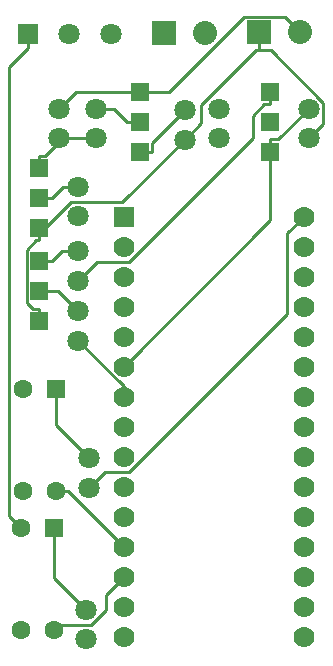
<source format=gbl>
G04 Layer: BottomLayer*
G04 EasyEDA v6.5.22, 2023-04-09 12:07:21*
G04 a82510d75d89424d952477dd8e89e6f5,b58ac661183547158e32f13718f6ba1e,10*
G04 Gerber Generator version 0.2*
G04 Scale: 100 percent, Rotated: No, Reflected: No *
G04 Dimensions in millimeters *
G04 leading zeros omitted , absolute positions ,4 integer and 5 decimal *
%FSLAX45Y45*%
%MOMM*%

%ADD10C,0.2540*%
%ADD11C,1.8000*%
%ADD12R,1.5240X1.5240*%
%ADD13R,2.0320X2.0320*%
%ADD14C,2.0320*%
%ADD15R,1.8001X1.8001*%
%ADD16C,1.8001*%
%ADD17R,1.6000X1.6000*%
%ADD18C,1.6000*%
%ADD19R,1.7780X1.7780*%
%ADD20C,1.7780*%

%LPD*%
D10*
X1066805Y962398D02*
G01*
X801197Y1228006D01*
X801197Y1651322D01*
X1092205Y2245098D02*
G01*
X813414Y2523888D01*
X813414Y2832524D01*
X1155705Y5204198D02*
G01*
X1308333Y5204198D01*
X1419839Y5092692D01*
X1524005Y5092692D02*
G01*
X1419839Y5092692D01*
X1155705Y4950452D02*
G01*
X871910Y4950452D01*
X871910Y4950452D02*
G01*
X838205Y4950452D01*
X871910Y4950452D02*
G01*
X724616Y4803157D01*
X673105Y4803157D01*
X673105Y4698992D02*
G01*
X673105Y4803157D01*
X1003305Y4543798D02*
G01*
X876076Y4543798D01*
X777270Y4444992D01*
X673105Y4444992D02*
G01*
X777270Y4444992D01*
X1003305Y3997698D02*
G01*
X863376Y3997698D01*
X777270Y3911592D01*
X673105Y3911592D02*
G01*
X777270Y3911592D01*
X1003305Y3489698D02*
G01*
X835411Y3657592D01*
X673105Y3657592D01*
X1003305Y3235952D02*
G01*
X1387226Y2852031D01*
X1387226Y2763766D01*
X2959105Y5204198D02*
G01*
X2697764Y4942857D01*
X2628905Y4942857D01*
X2628905Y4890787D02*
G01*
X2628905Y4942857D01*
X2628905Y4890787D02*
G01*
X2628905Y4838692D01*
X2628905Y4838692D02*
G01*
X2628905Y4259445D01*
X1387226Y3017766D01*
X1387226Y1493766D02*
G01*
X912500Y1968492D01*
X813389Y1968492D01*
X1387226Y1239766D02*
G01*
X1236604Y1089144D01*
X1236604Y962347D01*
X1109781Y835525D01*
X849406Y835525D01*
X801197Y787316D01*
X1003305Y3743952D02*
G01*
X1166119Y3906766D01*
X1433555Y3906766D01*
X2479197Y4952408D01*
X2479197Y5144889D01*
X2576835Y5242526D01*
X2628905Y5242526D01*
X2628905Y5346692D02*
G01*
X2628905Y5242526D01*
X1905005Y5191498D02*
G01*
X1628170Y4914663D01*
X1628170Y4838692D01*
X1524005Y4838692D02*
G01*
X1628170Y4838692D01*
X521213Y1651322D02*
G01*
X420502Y1752033D01*
X420502Y5560001D01*
X577220Y5716719D01*
X577220Y5834677D02*
G01*
X577220Y5716719D01*
X1092205Y1991352D02*
G01*
X1229619Y2128766D01*
X1435562Y2128766D01*
X2774193Y3467397D01*
X2774193Y4150758D01*
X2911200Y4287766D01*
X838205Y5204198D02*
G01*
X980699Y5346692D01*
X1524005Y5346692D01*
X1524005Y5346692D02*
G01*
X1770283Y5346692D01*
X2403149Y5979558D01*
X2750545Y5979558D01*
X2880238Y5849866D01*
X2530200Y5849866D02*
G01*
X2530200Y5720326D01*
X673105Y3507757D02*
G01*
X621009Y3507757D01*
X568812Y3559954D01*
X568812Y4008569D01*
X647070Y4086826D01*
X673105Y4086826D01*
X673105Y3403592D02*
G01*
X673105Y3507757D01*
X2530200Y5695815D02*
G01*
X2530200Y5720326D01*
X2959105Y4950452D02*
G01*
X3078307Y5069654D01*
X3078307Y5253296D01*
X2635788Y5695815D01*
X2530200Y5695815D01*
X2530200Y5695815D02*
G01*
X2505689Y5695815D01*
X2044705Y5234830D01*
X2044705Y5077452D01*
X1905005Y4937752D01*
X673105Y4190992D02*
G01*
X673105Y4138922D01*
X673105Y4138922D02*
G01*
X673105Y4086826D01*
X673105Y4138922D02*
G01*
X944199Y4410016D01*
X1377269Y4410016D01*
X1905005Y4937752D01*
D11*
G01*
X1092200Y2245105D03*
G01*
X1092200Y1991360D03*
G01*
X1066800Y962405D03*
G01*
X1066800Y708660D03*
D12*
G01*
X2628900Y5092700D03*
G01*
X2628900Y5346700D03*
G01*
X2628900Y4838700D03*
G01*
X673100Y4445000D03*
G01*
X673100Y4699000D03*
G01*
X673100Y4191000D03*
G01*
X673100Y3657600D03*
G01*
X673100Y3911600D03*
G01*
X673100Y3403600D03*
G01*
X1524000Y5092700D03*
G01*
X1524000Y5346700D03*
G01*
X1524000Y4838700D03*
D11*
G01*
X1905000Y5191505D03*
G01*
X1905000Y4937760D03*
G01*
X1003300Y4543805D03*
G01*
X1003300Y4290060D03*
G01*
X838200Y5204205D03*
G01*
X838200Y4950460D03*
G01*
X2959100Y5204205D03*
G01*
X2959100Y4950460D03*
G01*
X2197100Y5204205D03*
G01*
X2197100Y4950460D03*
G01*
X1003300Y3997705D03*
G01*
X1003300Y3743960D03*
G01*
X1155700Y5204205D03*
G01*
X1155700Y4950460D03*
G01*
X1003300Y3489705D03*
G01*
X1003300Y3235960D03*
D13*
G01*
X2530205Y5849868D03*
D14*
G01*
X2880243Y5849868D03*
D15*
G01*
X577225Y5834679D03*
D16*
G01*
X927237Y5834679D03*
G01*
X1277223Y5834679D03*
D14*
G01*
X2077222Y5844687D03*
D13*
G01*
X1727210Y5844687D03*
D17*
G01*
X801192Y1651330D03*
D18*
G01*
X521207Y1651330D03*
G01*
X521207Y787323D03*
G01*
X801192Y787323D03*
D17*
G01*
X813409Y2832531D03*
D18*
G01*
X533400Y2832506D03*
G01*
X533400Y1968500D03*
G01*
X813384Y1968500D03*
D19*
G01*
X1387231Y4287768D03*
D20*
G01*
X1387231Y4033768D03*
G01*
X1387231Y3779768D03*
G01*
X1387231Y3525768D03*
G01*
X1387231Y3271768D03*
G01*
X1387231Y3017768D03*
G01*
X1387231Y2763768D03*
G01*
X1387231Y2509768D03*
G01*
X1387231Y2255768D03*
G01*
X1387231Y2001768D03*
G01*
X1387231Y1747768D03*
G01*
X1387231Y1493768D03*
G01*
X1387231Y1239768D03*
G01*
X1387231Y985768D03*
G01*
X1387231Y731768D03*
G01*
X2911205Y4287768D03*
G01*
X2911205Y4033768D03*
G01*
X2911205Y3779768D03*
G01*
X2911205Y3525768D03*
G01*
X2911205Y3271768D03*
G01*
X2911205Y3017768D03*
G01*
X2911205Y2763768D03*
G01*
X2911205Y2509768D03*
G01*
X2911205Y2255768D03*
G01*
X2911205Y2001768D03*
G01*
X2911205Y1747768D03*
G01*
X2911205Y1493768D03*
G01*
X2911205Y1239768D03*
G01*
X2911205Y985768D03*
G01*
X2911205Y731768D03*
M02*

</source>
